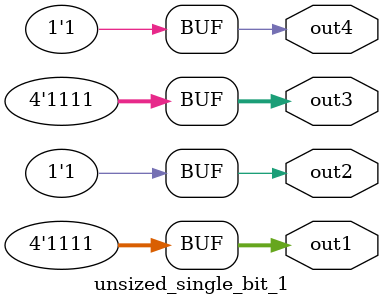
<source format=sv>
typedef struct packed {logic [3:0] a;} my_struct_packed_t;

module unsized_single_bit_1 (
    output wire [3:0] out1,
    output wire out2,
    output my_struct_packed_t out3,
    output wire out4
);

  //out1 should be 4'b1111
  assign out1   = '1;

  // out2 should be 1'b1
  assign out2   = (out1 == 4'b1111);

  // out3 should be 4'b1111
  assign out3.a = '1;

  // out4 should be 1'b1
  assign out4   = (out3 == '1);

endmodule : unsized_single_bit_1
</source>
